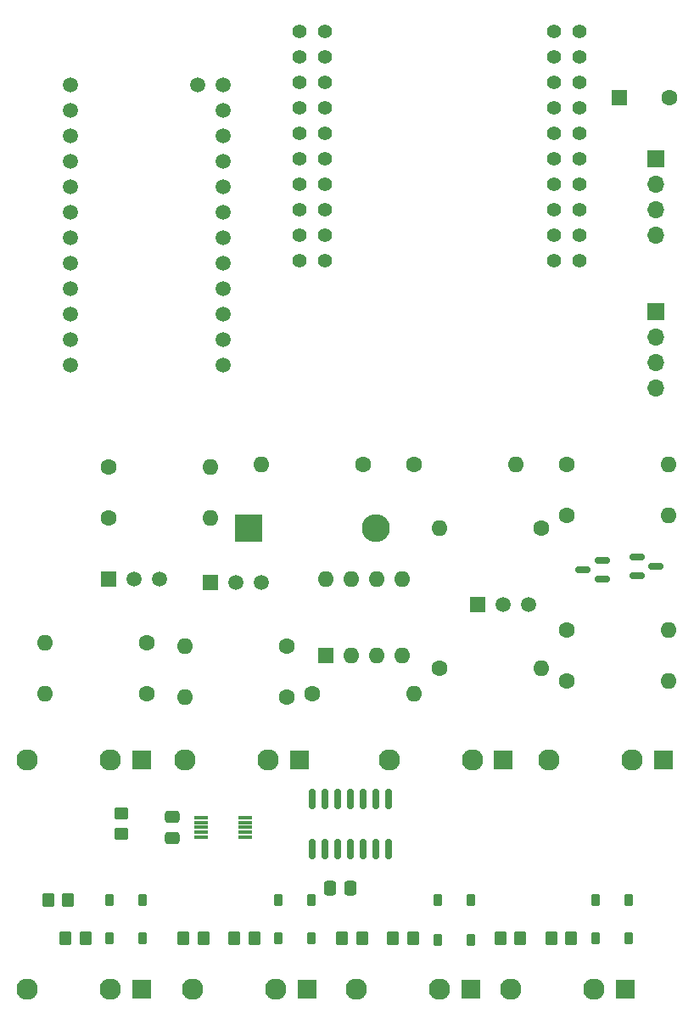
<source format=gts>
%TF.GenerationSoftware,KiCad,Pcbnew,7.0.5-0*%
%TF.CreationDate,2024-01-09T14:25:18-05:00*%
%TF.ProjectId,ESP-32_USB_sequencer,4553502d-3332-45f5-9553-425f73657175,rev?*%
%TF.SameCoordinates,Original*%
%TF.FileFunction,Soldermask,Top*%
%TF.FilePolarity,Negative*%
%FSLAX46Y46*%
G04 Gerber Fmt 4.6, Leading zero omitted, Abs format (unit mm)*
G04 Created by KiCad (PCBNEW 7.0.5-0) date 2024-01-09 14:25:18*
%MOMM*%
%LPD*%
G01*
G04 APERTURE LIST*
G04 Aperture macros list*
%AMRoundRect*
0 Rectangle with rounded corners*
0 $1 Rounding radius*
0 $2 $3 $4 $5 $6 $7 $8 $9 X,Y pos of 4 corners*
0 Add a 4 corners polygon primitive as box body*
4,1,4,$2,$3,$4,$5,$6,$7,$8,$9,$2,$3,0*
0 Add four circle primitives for the rounded corners*
1,1,$1+$1,$2,$3*
1,1,$1+$1,$4,$5*
1,1,$1+$1,$6,$7*
1,1,$1+$1,$8,$9*
0 Add four rect primitives between the rounded corners*
20,1,$1+$1,$2,$3,$4,$5,0*
20,1,$1+$1,$4,$5,$6,$7,0*
20,1,$1+$1,$6,$7,$8,$9,0*
20,1,$1+$1,$8,$9,$2,$3,0*%
G04 Aperture macros list end*
%ADD10C,1.600000*%
%ADD11O,1.600000X1.600000*%
%ADD12RoundRect,0.250000X0.350000X0.450000X-0.350000X0.450000X-0.350000X-0.450000X0.350000X-0.450000X0*%
%ADD13RoundRect,0.250000X-0.350000X-0.450000X0.350000X-0.450000X0.350000X0.450000X-0.350000X0.450000X0*%
%ADD14RoundRect,0.225000X0.225000X0.375000X-0.225000X0.375000X-0.225000X-0.375000X0.225000X-0.375000X0*%
%ADD15R,1.400000X0.300000*%
%ADD16R,1.600000X1.600000*%
%ADD17R,1.500000X1.500000*%
%ADD18C,1.500000*%
%ADD19C,1.400000*%
%ADD20RoundRect,0.250000X0.450000X-0.350000X0.450000X0.350000X-0.450000X0.350000X-0.450000X-0.350000X0*%
%ADD21R,2.800000X2.800000*%
%ADD22O,2.800000X2.800000*%
%ADD23RoundRect,0.150000X-0.587500X-0.150000X0.587500X-0.150000X0.587500X0.150000X-0.587500X0.150000X0*%
%ADD24RoundRect,0.250000X0.475000X-0.337500X0.475000X0.337500X-0.475000X0.337500X-0.475000X-0.337500X0*%
%ADD25RoundRect,0.150000X0.587500X0.150000X-0.587500X0.150000X-0.587500X-0.150000X0.587500X-0.150000X0*%
%ADD26RoundRect,0.250000X-0.337500X-0.475000X0.337500X-0.475000X0.337500X0.475000X-0.337500X0.475000X0*%
%ADD27RoundRect,0.150000X0.150000X-0.825000X0.150000X0.825000X-0.150000X0.825000X-0.150000X-0.825000X0*%
%ADD28R,1.700000X1.700000*%
%ADD29O,1.700000X1.700000*%
%ADD30R,1.830000X1.930000*%
%ADD31C,2.130000*%
G04 APERTURE END LIST*
D10*
%TO.C,R11*%
X127000000Y-134403000D03*
D11*
X137160000Y-134403000D03*
%TD*%
D12*
%TO.C,R7*%
X111647050Y-176595000D03*
X109647050Y-176595000D03*
%TD*%
D10*
%TO.C,R23*%
X101600000Y-152183000D03*
D11*
X111760000Y-152183000D03*
%TD*%
D12*
%TO.C,R8*%
X127407050Y-176595000D03*
X125407050Y-176595000D03*
%TD*%
D10*
%TO.C,R22*%
X106680000Y-129323000D03*
D11*
X96520000Y-129323000D03*
%TD*%
D13*
%TO.C,R1*%
X75200000Y-172720000D03*
X77200000Y-172720000D03*
%TD*%
D14*
%TO.C,D1*%
X84660000Y-176595000D03*
X81360000Y-176595000D03*
%TD*%
%TO.C,D3*%
X117377050Y-176765000D03*
X114077050Y-176765000D03*
%TD*%
D10*
%TO.C,R21*%
X111760000Y-129323000D03*
D11*
X121920000Y-129323000D03*
%TD*%
D14*
%TO.C,D5*%
X133137050Y-176595000D03*
X129837050Y-176595000D03*
%TD*%
D15*
%TO.C,U3*%
X90510000Y-164505000D03*
X90510000Y-165005000D03*
X90510000Y-165505000D03*
X90510000Y-166005000D03*
X90510000Y-166505000D03*
X94910000Y-166505000D03*
X94910000Y-166005000D03*
X94910000Y-165505000D03*
X94910000Y-165005000D03*
X94910000Y-164505000D03*
%TD*%
D16*
%TO.C,U5*%
X102880000Y-148363000D03*
D11*
X105420000Y-148363000D03*
X107960000Y-148363000D03*
X110500000Y-148363000D03*
X110500000Y-140743000D03*
X107960000Y-140743000D03*
X105420000Y-140743000D03*
X102880000Y-140743000D03*
%TD*%
D14*
%TO.C,D7*%
X133137050Y-172785000D03*
X129837050Y-172785000D03*
%TD*%
D17*
%TO.C,Q4*%
X81280000Y-140753000D03*
D18*
X83820000Y-140753000D03*
X86360000Y-140753000D03*
%TD*%
D12*
%TO.C,R6*%
X78930000Y-176595000D03*
X76930000Y-176595000D03*
%TD*%
D18*
%TO.C,U2*%
X77470000Y-91440000D03*
X77470000Y-93980000D03*
X77470000Y-96520000D03*
X77470000Y-99060000D03*
X77470000Y-101600000D03*
X77470000Y-104140000D03*
X77470000Y-106680000D03*
X77470000Y-109220000D03*
X77470000Y-111760000D03*
X77470000Y-114300000D03*
X77470000Y-116840000D03*
X77470000Y-119380000D03*
X92710000Y-119380000D03*
X92710000Y-116840000D03*
X92710000Y-114300000D03*
X92710000Y-111760000D03*
X92710000Y-109220000D03*
X92710000Y-106680000D03*
X92710000Y-104140000D03*
X92710000Y-101600000D03*
X92710000Y-99060000D03*
X92710000Y-96520000D03*
X92710000Y-93980000D03*
X92710000Y-91440000D03*
X90170000Y-91440000D03*
%TD*%
D19*
%TO.C,U1*%
X128270000Y-109003000D03*
X125730000Y-109003000D03*
X128270000Y-106463000D03*
X125730000Y-106463000D03*
X128270000Y-103923000D03*
X125730000Y-103923000D03*
X128270000Y-101383000D03*
X125730000Y-101383000D03*
X128270000Y-98843000D03*
X125730000Y-98843000D03*
X128270000Y-96303000D03*
X125730000Y-96303000D03*
X128270000Y-93763000D03*
X125730000Y-93763000D03*
X128270000Y-91223000D03*
X125730000Y-91223000D03*
X128270000Y-88683000D03*
X125730000Y-88683000D03*
X128270000Y-86143000D03*
X125730000Y-86143000D03*
X102870000Y-109003000D03*
X100330000Y-109003000D03*
X102870000Y-106463000D03*
X100330000Y-106463000D03*
X102870000Y-103923000D03*
X100330000Y-103923000D03*
X102870000Y-101383000D03*
X100330000Y-101383000D03*
X102870000Y-98843000D03*
X100330000Y-98843000D03*
X102870000Y-96303000D03*
X100330000Y-96303000D03*
X102870000Y-93763000D03*
X100330000Y-93763000D03*
X102870000Y-91223000D03*
X100330000Y-91223000D03*
X102870000Y-88683000D03*
X100330000Y-88683000D03*
X102870000Y-86143000D03*
X100330000Y-86143000D03*
%TD*%
D10*
%TO.C,R18*%
X81280000Y-129540000D03*
D11*
X91440000Y-129540000D03*
%TD*%
D10*
%TO.C,R27*%
X114300000Y-149643000D03*
D11*
X124460000Y-149643000D03*
%TD*%
D10*
%TO.C,R13*%
X127000000Y-150913000D03*
D11*
X137160000Y-150913000D03*
%TD*%
D10*
%TO.C,R14*%
X99060000Y-147463000D03*
D11*
X88900000Y-147463000D03*
%TD*%
D17*
%TO.C,Q3*%
X91440000Y-141113000D03*
D18*
X93980000Y-141113000D03*
X96520000Y-141113000D03*
%TD*%
D17*
%TO.C,Q7*%
X118110000Y-143293000D03*
D18*
X120650000Y-143293000D03*
X123190000Y-143293000D03*
%TD*%
D20*
%TO.C,R17*%
X82550000Y-166100000D03*
X82550000Y-164100000D03*
%TD*%
D13*
%TO.C,R2*%
X104567050Y-176595000D03*
X106567050Y-176595000D03*
%TD*%
D21*
%TO.C,D9*%
X95250000Y-135673000D03*
D22*
X107950000Y-135673000D03*
%TD*%
D23*
%TO.C,Q1*%
X134015000Y-138533000D03*
X134015000Y-140433000D03*
X135890000Y-139483000D03*
%TD*%
D10*
%TO.C,R24*%
X124460000Y-135673000D03*
D11*
X114300000Y-135673000D03*
%TD*%
D14*
%TO.C,D2*%
X84660000Y-172785000D03*
X81360000Y-172785000D03*
%TD*%
D24*
%TO.C,C3*%
X87630000Y-166542500D03*
X87630000Y-164467500D03*
%TD*%
D13*
%TO.C,R4*%
X88701747Y-176556343D03*
X90701747Y-176556343D03*
%TD*%
D16*
%TO.C,C2*%
X132217349Y-92710000D03*
D10*
X137217349Y-92710000D03*
%TD*%
%TO.C,R10*%
X127000000Y-129323000D03*
D11*
X137160000Y-129323000D03*
%TD*%
D25*
%TO.C,Q2*%
X130477500Y-140765500D03*
X130477500Y-138865500D03*
X128602500Y-139815500D03*
%TD*%
D12*
%TO.C,R9*%
X95781747Y-176556343D03*
X93781747Y-176556343D03*
%TD*%
D26*
%TO.C,C1*%
X103335000Y-171580000D03*
X105410000Y-171580000D03*
%TD*%
D10*
%TO.C,R12*%
X127000000Y-145833000D03*
D11*
X137160000Y-145833000D03*
%TD*%
D14*
%TO.C,D8*%
X101511747Y-172746343D03*
X98211747Y-172746343D03*
%TD*%
%TO.C,D6*%
X101511747Y-176556343D03*
X98211747Y-176556343D03*
%TD*%
D10*
%TO.C,R15*%
X85090000Y-152183000D03*
D11*
X74930000Y-152183000D03*
%TD*%
D10*
%TO.C,R5*%
X99060000Y-152543000D03*
D11*
X88900000Y-152543000D03*
%TD*%
D27*
%TO.C,U4*%
X101600000Y-167640000D03*
X102870000Y-167640000D03*
X104140000Y-167640000D03*
X105410000Y-167640000D03*
X106680000Y-167640000D03*
X107950000Y-167640000D03*
X109220000Y-167640000D03*
X109220000Y-162690000D03*
X107950000Y-162690000D03*
X106680000Y-162690000D03*
X105410000Y-162690000D03*
X104140000Y-162690000D03*
X102870000Y-162690000D03*
X101600000Y-162690000D03*
%TD*%
D13*
%TO.C,R3*%
X120327050Y-176595000D03*
X122327050Y-176595000D03*
%TD*%
D10*
%TO.C,R16*%
X85090000Y-147103000D03*
D11*
X74930000Y-147103000D03*
%TD*%
D10*
%TO.C,R19*%
X81280000Y-134620000D03*
D11*
X91440000Y-134620000D03*
%TD*%
D14*
%TO.C,D4*%
X117377050Y-172785000D03*
X114077050Y-172785000D03*
%TD*%
D28*
%TO.C,I2CA2*%
X135890000Y-114083000D03*
D29*
X135890000Y-116623000D03*
X135890000Y-119163000D03*
X135890000Y-121703000D03*
%TD*%
D30*
%TO.C,J3*%
X84520000Y-158750000D03*
D31*
X73120000Y-158750000D03*
X81420000Y-158750000D03*
%TD*%
%TO.C,J10*%
X109250000Y-158750000D03*
D30*
X120650000Y-158750000D03*
D31*
X117550000Y-158750000D03*
%TD*%
D30*
%TO.C,J6*%
X84520000Y-181610000D03*
D31*
X73120000Y-181610000D03*
X81420000Y-181610000D03*
%TD*%
D30*
%TO.C,J1*%
X117400000Y-181610000D03*
D31*
X106000000Y-181610000D03*
X114300000Y-181610000D03*
%TD*%
D30*
%TO.C,J2*%
X100300000Y-158750000D03*
D31*
X88900000Y-158750000D03*
X97200000Y-158750000D03*
%TD*%
D28*
%TO.C,I2CA1*%
X135890000Y-98853000D03*
D29*
X135890000Y-101393000D03*
X135890000Y-103933000D03*
X135890000Y-106473000D03*
%TD*%
D31*
%TO.C,J12*%
X125190000Y-158750000D03*
D30*
X136590000Y-158750000D03*
D31*
X133490000Y-158750000D03*
%TD*%
D30*
%TO.C,J7*%
X101030000Y-181610000D03*
D31*
X89630000Y-181610000D03*
X97930000Y-181610000D03*
%TD*%
D30*
%TO.C,J5*%
X132780000Y-181610000D03*
D31*
X121380000Y-181610000D03*
X129680000Y-181610000D03*
%TD*%
M02*

</source>
